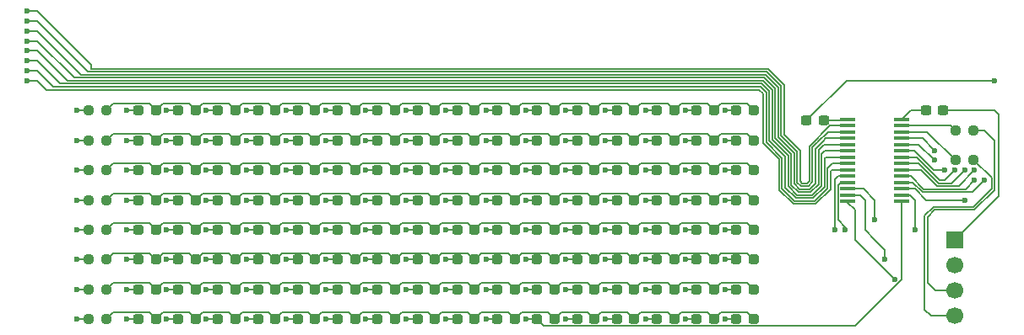
<source format=gbr>
%TF.GenerationSoftware,KiCad,Pcbnew,9.0.6*%
%TF.CreationDate,2025-12-12T10:33:16-06:00*%
%TF.ProjectId,led-pcb,6c65642d-7063-4622-9e6b-696361645f70,rev?*%
%TF.SameCoordinates,Original*%
%TF.FileFunction,Copper,L1,Top*%
%TF.FilePolarity,Positive*%
%FSLAX46Y46*%
G04 Gerber Fmt 4.6, Leading zero omitted, Abs format (unit mm)*
G04 Created by KiCad (PCBNEW 9.0.6) date 2025-12-12 10:33:16*
%MOMM*%
%LPD*%
G01*
G04 APERTURE LIST*
G04 Aperture macros list*
%AMRoundRect*
0 Rectangle with rounded corners*
0 $1 Rounding radius*
0 $2 $3 $4 $5 $6 $7 $8 $9 X,Y pos of 4 corners*
0 Add a 4 corners polygon primitive as box body*
4,1,4,$2,$3,$4,$5,$6,$7,$8,$9,$2,$3,0*
0 Add four circle primitives for the rounded corners*
1,1,$1+$1,$2,$3*
1,1,$1+$1,$4,$5*
1,1,$1+$1,$6,$7*
1,1,$1+$1,$8,$9*
0 Add four rect primitives between the rounded corners*
20,1,$1+$1,$2,$3,$4,$5,0*
20,1,$1+$1,$4,$5,$6,$7,0*
20,1,$1+$1,$6,$7,$8,$9,0*
20,1,$1+$1,$8,$9,$2,$3,0*%
G04 Aperture macros list end*
%TA.AperFunction,SMDPad,CuDef*%
%ADD10RoundRect,0.237500X-0.287500X-0.237500X0.287500X-0.237500X0.287500X0.237500X-0.287500X0.237500X0*%
%TD*%
%TA.AperFunction,SMDPad,CuDef*%
%ADD11RoundRect,0.237500X-0.250000X-0.237500X0.250000X-0.237500X0.250000X0.237500X-0.250000X0.237500X0*%
%TD*%
%TA.AperFunction,ComponentPad*%
%ADD12R,1.700000X1.700000*%
%TD*%
%TA.AperFunction,ComponentPad*%
%ADD13C,1.700000*%
%TD*%
%TA.AperFunction,SMDPad,CuDef*%
%ADD14RoundRect,0.237500X-0.300000X-0.237500X0.300000X-0.237500X0.300000X0.237500X-0.300000X0.237500X0*%
%TD*%
%TA.AperFunction,SMDPad,CuDef*%
%ADD15R,1.500000X0.435000*%
%TD*%
%TA.AperFunction,ViaPad*%
%ADD16C,0.600000*%
%TD*%
%TA.AperFunction,Conductor*%
%ADD17C,0.200000*%
%TD*%
G04 APERTURE END LIST*
D10*
%TO.P,D65,1,K*%
%TO.N,row8*%
X135125000Y-101000000D03*
%TO.P,D65,2,A*%
%TO.N,/col0*%
X136875000Y-101000000D03*
%TD*%
%TO.P,D28,1,K*%
%TO.N,row3*%
X115125000Y-110000000D03*
%TO.P,D28,2,A*%
%TO.N,/col3*%
X116875000Y-110000000D03*
%TD*%
%TO.P,D11,1,K*%
%TO.N,row1*%
X107125000Y-107000000D03*
%TO.P,D11,2,A*%
%TO.N,/col2*%
X108875000Y-107000000D03*
%TD*%
%TO.P,D110,1,K*%
%TO.N,row13*%
X155125000Y-116000000D03*
%TO.P,D110,2,A*%
%TO.N,/col5*%
X156875000Y-116000000D03*
%TD*%
%TO.P,D92,1,K*%
%TO.N,row11*%
X147125000Y-110000000D03*
%TO.P,D92,2,A*%
%TO.N,/col3*%
X148875000Y-110000000D03*
%TD*%
%TO.P,D50,1,K*%
%TO.N,row6*%
X127125000Y-104000000D03*
%TO.P,D50,2,A*%
%TO.N,/col1*%
X128875000Y-104000000D03*
%TD*%
%TO.P,D10,1,K*%
%TO.N,row1*%
X107125000Y-104000000D03*
%TO.P,D10,2,A*%
%TO.N,/col1*%
X108875000Y-104000000D03*
%TD*%
%TO.P,D91,1,K*%
%TO.N,row11*%
X147125000Y-107000000D03*
%TO.P,D91,2,A*%
%TO.N,/col2*%
X148875000Y-107000000D03*
%TD*%
%TO.P,D105,1,K*%
%TO.N,row13*%
X155125000Y-101000000D03*
%TO.P,D105,2,A*%
%TO.N,/col0*%
X156875000Y-101000000D03*
%TD*%
%TO.P,D73,1,K*%
%TO.N,row9*%
X139125000Y-101000000D03*
%TO.P,D73,2,A*%
%TO.N,/col0*%
X140875000Y-101000000D03*
%TD*%
D11*
%TO.P,R2,1*%
%TO.N,com1*%
X98112500Y-104000000D03*
%TO.P,R2,2*%
%TO.N,/col1*%
X99937500Y-104000000D03*
%TD*%
D10*
%TO.P,D39,1,K*%
%TO.N,row4*%
X119125000Y-119000000D03*
%TO.P,D39,2,A*%
%TO.N,/col6*%
X120875000Y-119000000D03*
%TD*%
%TO.P,D56,1,K*%
%TO.N,row6*%
X127125000Y-122000000D03*
%TO.P,D56,2,A*%
%TO.N,/col7*%
X128875000Y-122000000D03*
%TD*%
%TO.P,D9,1,K*%
%TO.N,row1*%
X107125000Y-101000000D03*
%TO.P,D9,2,A*%
%TO.N,/col0*%
X108875000Y-101000000D03*
%TD*%
%TO.P,D42,1,K*%
%TO.N,row5*%
X123125000Y-104000000D03*
%TO.P,D42,2,A*%
%TO.N,/col1*%
X124875000Y-104000000D03*
%TD*%
%TO.P,D45,1,K*%
%TO.N,row5*%
X123125000Y-113000000D03*
%TO.P,D45,2,A*%
%TO.N,/col4*%
X124875000Y-113000000D03*
%TD*%
%TO.P,D61,1,K*%
%TO.N,row7*%
X131125000Y-113000000D03*
%TO.P,D61,2,A*%
%TO.N,/col4*%
X132875000Y-113000000D03*
%TD*%
D11*
%TO.P,R7,1*%
%TO.N,com6*%
X98112500Y-119000000D03*
%TO.P,R7,2*%
%TO.N,/col6*%
X99937500Y-119000000D03*
%TD*%
D12*
%TO.P,J1,1,Pin_1*%
%TO.N,Net-(J1-Pin_1)*%
X185000000Y-114000000D03*
D13*
%TO.P,J1,2,Pin_2*%
%TO.N,Net-(J1-Pin_2)*%
X185000000Y-116540000D03*
%TO.P,J1,3,Pin_3*%
%TO.N,Net-(J1-Pin_3)*%
X185000000Y-119080000D03*
%TO.P,J1,4,Pin_4*%
%TO.N,Net-(J1-Pin_4)*%
X185000000Y-121620000D03*
%TD*%
D10*
%TO.P,D100,1,K*%
%TO.N,row12*%
X151125000Y-110000000D03*
%TO.P,D100,2,A*%
%TO.N,/col3*%
X152875000Y-110000000D03*
%TD*%
D11*
%TO.P,R4,1*%
%TO.N,com3*%
X98112500Y-110000000D03*
%TO.P,R4,2*%
%TO.N,/col3*%
X99937500Y-110000000D03*
%TD*%
D10*
%TO.P,D7,1,K*%
%TO.N,row0*%
X103150000Y-119000000D03*
%TO.P,D7,2,A*%
%TO.N,/col6*%
X104900000Y-119000000D03*
%TD*%
%TO.P,D102,1,K*%
%TO.N,row12*%
X151125000Y-116000000D03*
%TO.P,D102,2,A*%
%TO.N,/col5*%
X152875000Y-116000000D03*
%TD*%
%TO.P,D34,1,K*%
%TO.N,row4*%
X119125000Y-104000000D03*
%TO.P,D34,2,A*%
%TO.N,/col1*%
X120875000Y-104000000D03*
%TD*%
%TO.P,D118,1,K*%
%TO.N,row14*%
X159125000Y-116000000D03*
%TO.P,D118,2,A*%
%TO.N,/col5*%
X160875000Y-116000000D03*
%TD*%
%TO.P,D57,1,K*%
%TO.N,row7*%
X131125000Y-101000000D03*
%TO.P,D57,2,A*%
%TO.N,/col0*%
X132875000Y-101000000D03*
%TD*%
%TO.P,D37,1,K*%
%TO.N,row4*%
X119125000Y-113000000D03*
%TO.P,D37,2,A*%
%TO.N,/col4*%
X120875000Y-113000000D03*
%TD*%
%TO.P,D78,1,K*%
%TO.N,row9*%
X139125000Y-116000000D03*
%TO.P,D78,2,A*%
%TO.N,/col5*%
X140875000Y-116000000D03*
%TD*%
%TO.P,D84,1,K*%
%TO.N,row10*%
X143125000Y-110000000D03*
%TO.P,D84,2,A*%
%TO.N,/col3*%
X144875000Y-110000000D03*
%TD*%
%TO.P,D2,1,K*%
%TO.N,row0*%
X103150000Y-104000000D03*
%TO.P,D2,2,A*%
%TO.N,/col1*%
X104900000Y-104000000D03*
%TD*%
D14*
%TO.P,C2,1*%
%TO.N,Net-(J1-Pin_2)*%
X170137500Y-102000000D03*
%TO.P,C2,2*%
%TO.N,Net-(IC1-VSS)*%
X171862500Y-102000000D03*
%TD*%
D10*
%TO.P,D59,1,K*%
%TO.N,row7*%
X131125000Y-107000000D03*
%TO.P,D59,2,A*%
%TO.N,/col2*%
X132875000Y-107000000D03*
%TD*%
%TO.P,D90,1,K*%
%TO.N,row11*%
X147125000Y-104000000D03*
%TO.P,D90,2,A*%
%TO.N,/col1*%
X148875000Y-104000000D03*
%TD*%
%TO.P,D49,1,K*%
%TO.N,row6*%
X127125000Y-101000000D03*
%TO.P,D49,2,A*%
%TO.N,/col0*%
X128875000Y-101000000D03*
%TD*%
%TO.P,D17,1,K*%
%TO.N,row2*%
X111125000Y-101000000D03*
%TO.P,D17,2,A*%
%TO.N,/col0*%
X112875000Y-101000000D03*
%TD*%
%TO.P,D36,1,K*%
%TO.N,row4*%
X119125000Y-110000000D03*
%TO.P,D36,2,A*%
%TO.N,/col3*%
X120875000Y-110000000D03*
%TD*%
%TO.P,D97,1,K*%
%TO.N,row12*%
X151125000Y-101000000D03*
%TO.P,D97,2,A*%
%TO.N,/col0*%
X152875000Y-101000000D03*
%TD*%
%TO.P,D109,1,K*%
%TO.N,row13*%
X155125000Y-113000000D03*
%TO.P,D109,2,A*%
%TO.N,/col4*%
X156875000Y-113000000D03*
%TD*%
%TO.P,D114,1,K*%
%TO.N,row14*%
X159125000Y-104000000D03*
%TO.P,D114,2,A*%
%TO.N,/col1*%
X160875000Y-104000000D03*
%TD*%
%TO.P,D43,1,K*%
%TO.N,row5*%
X123125000Y-107000000D03*
%TO.P,D43,2,A*%
%TO.N,/col2*%
X124875000Y-107000000D03*
%TD*%
%TO.P,D89,1,K*%
%TO.N,row11*%
X147125000Y-101000000D03*
%TO.P,D89,2,A*%
%TO.N,/col0*%
X148875000Y-101000000D03*
%TD*%
%TO.P,D74,1,K*%
%TO.N,row9*%
X139125000Y-104000000D03*
%TO.P,D74,2,A*%
%TO.N,/col1*%
X140875000Y-104000000D03*
%TD*%
%TO.P,D103,1,K*%
%TO.N,row12*%
X151125000Y-119000000D03*
%TO.P,D103,2,A*%
%TO.N,/col6*%
X152875000Y-119000000D03*
%TD*%
%TO.P,D86,1,K*%
%TO.N,row10*%
X143125000Y-116000000D03*
%TO.P,D86,2,A*%
%TO.N,/col5*%
X144875000Y-116000000D03*
%TD*%
%TO.P,D24,1,K*%
%TO.N,row2*%
X111125000Y-122000000D03*
%TO.P,D24,2,A*%
%TO.N,/col7*%
X112875000Y-122000000D03*
%TD*%
%TO.P,D46,1,K*%
%TO.N,row5*%
X123125000Y-116000000D03*
%TO.P,D46,2,A*%
%TO.N,/col5*%
X124875000Y-116000000D03*
%TD*%
D11*
%TO.P,R9,1*%
%TO.N,Net-(IC1-SDA)*%
X185087500Y-103000000D03*
%TO.P,R9,2*%
%TO.N,Net-(J1-Pin_3)*%
X186912500Y-103000000D03*
%TD*%
D10*
%TO.P,D5,1,K*%
%TO.N,row0*%
X103150000Y-113000000D03*
%TO.P,D5,2,A*%
%TO.N,/col4*%
X104900000Y-113000000D03*
%TD*%
%TO.P,D117,1,K*%
%TO.N,row14*%
X159125000Y-113000000D03*
%TO.P,D117,2,A*%
%TO.N,/col4*%
X160875000Y-113000000D03*
%TD*%
%TO.P,D68,1,K*%
%TO.N,row8*%
X135125000Y-110000000D03*
%TO.P,D68,2,A*%
%TO.N,/col3*%
X136875000Y-110000000D03*
%TD*%
%TO.P,D32,1,K*%
%TO.N,row3*%
X115125000Y-122000000D03*
%TO.P,D32,2,A*%
%TO.N,/col7*%
X116875000Y-122000000D03*
%TD*%
%TO.P,D23,1,K*%
%TO.N,row2*%
X111125000Y-119000000D03*
%TO.P,D23,2,A*%
%TO.N,/col6*%
X112875000Y-119000000D03*
%TD*%
%TO.P,D16,1,K*%
%TO.N,row1*%
X107125000Y-122000000D03*
%TO.P,D16,2,A*%
%TO.N,/col7*%
X108875000Y-122000000D03*
%TD*%
%TO.P,D101,1,K*%
%TO.N,row12*%
X151125000Y-113000000D03*
%TO.P,D101,2,A*%
%TO.N,/col4*%
X152875000Y-113000000D03*
%TD*%
%TO.P,D53,1,K*%
%TO.N,row6*%
X127125000Y-113000000D03*
%TO.P,D53,2,A*%
%TO.N,/col4*%
X128875000Y-113000000D03*
%TD*%
%TO.P,D123,1,K*%
%TO.N,row15*%
X163125000Y-107000000D03*
%TO.P,D123,2,A*%
%TO.N,/col2*%
X164875000Y-107000000D03*
%TD*%
%TO.P,D67,1,K*%
%TO.N,row8*%
X135125000Y-107000000D03*
%TO.P,D67,2,A*%
%TO.N,/col2*%
X136875000Y-107000000D03*
%TD*%
%TO.P,D126,1,K*%
%TO.N,row15*%
X163125000Y-116000000D03*
%TO.P,D126,2,A*%
%TO.N,/col5*%
X164875000Y-116000000D03*
%TD*%
%TO.P,D60,1,K*%
%TO.N,row7*%
X131125000Y-110000000D03*
%TO.P,D60,2,A*%
%TO.N,/col3*%
X132875000Y-110000000D03*
%TD*%
%TO.P,D29,1,K*%
%TO.N,row3*%
X115125000Y-113000000D03*
%TO.P,D29,2,A*%
%TO.N,/col4*%
X116875000Y-113000000D03*
%TD*%
%TO.P,D115,1,K*%
%TO.N,row14*%
X159125000Y-107000000D03*
%TO.P,D115,2,A*%
%TO.N,/col2*%
X160875000Y-107000000D03*
%TD*%
%TO.P,D124,1,K*%
%TO.N,row15*%
X163125000Y-110000000D03*
%TO.P,D124,2,A*%
%TO.N,/col3*%
X164875000Y-110000000D03*
%TD*%
%TO.P,D69,1,K*%
%TO.N,row8*%
X135125000Y-113000000D03*
%TO.P,D69,2,A*%
%TO.N,/col4*%
X136875000Y-113000000D03*
%TD*%
%TO.P,D127,1,K*%
%TO.N,row15*%
X163125000Y-119000000D03*
%TO.P,D127,2,A*%
%TO.N,/col6*%
X164875000Y-119000000D03*
%TD*%
D14*
%TO.P,C1,1*%
%TO.N,Net-(IC1-VDD)*%
X182137500Y-101000000D03*
%TO.P,C1,2*%
%TO.N,Net-(J1-Pin_1)*%
X183862500Y-101000000D03*
%TD*%
D11*
%TO.P,R5,1*%
%TO.N,com4*%
X98112500Y-113000000D03*
%TO.P,R5,2*%
%TO.N,/col4*%
X99937500Y-113000000D03*
%TD*%
D10*
%TO.P,D31,1,K*%
%TO.N,row3*%
X115125000Y-119000000D03*
%TO.P,D31,2,A*%
%TO.N,/col6*%
X116875000Y-119000000D03*
%TD*%
%TO.P,D19,1,K*%
%TO.N,row2*%
X111125000Y-107000000D03*
%TO.P,D19,2,A*%
%TO.N,/col2*%
X112875000Y-107000000D03*
%TD*%
%TO.P,D83,1,K*%
%TO.N,row10*%
X143125000Y-107000000D03*
%TO.P,D83,2,A*%
%TO.N,/col2*%
X144875000Y-107000000D03*
%TD*%
%TO.P,D58,1,K*%
%TO.N,row7*%
X131125000Y-104000000D03*
%TO.P,D58,2,A*%
%TO.N,/col1*%
X132875000Y-104000000D03*
%TD*%
%TO.P,D108,1,K*%
%TO.N,row13*%
X155125000Y-110000000D03*
%TO.P,D108,2,A*%
%TO.N,/col3*%
X156875000Y-110000000D03*
%TD*%
%TO.P,D112,1,K*%
%TO.N,row13*%
X155125000Y-122000000D03*
%TO.P,D112,2,A*%
%TO.N,/col7*%
X156875000Y-122000000D03*
%TD*%
%TO.P,D88,1,K*%
%TO.N,row10*%
X143125000Y-122000000D03*
%TO.P,D88,2,A*%
%TO.N,/col7*%
X144875000Y-122000000D03*
%TD*%
%TO.P,D13,1,K*%
%TO.N,row1*%
X107125000Y-113000000D03*
%TO.P,D13,2,A*%
%TO.N,/col4*%
X108875000Y-113000000D03*
%TD*%
%TO.P,D62,1,K*%
%TO.N,row7*%
X131125000Y-116000000D03*
%TO.P,D62,2,A*%
%TO.N,/col5*%
X132875000Y-116000000D03*
%TD*%
D11*
%TO.P,R6,1*%
%TO.N,com5*%
X98112500Y-116000000D03*
%TO.P,R6,2*%
%TO.N,/col5*%
X99937500Y-116000000D03*
%TD*%
D10*
%TO.P,D21,1,K*%
%TO.N,row2*%
X111125000Y-113000000D03*
%TO.P,D21,2,A*%
%TO.N,/col4*%
X112875000Y-113000000D03*
%TD*%
%TO.P,D33,1,K*%
%TO.N,row4*%
X119125000Y-101000000D03*
%TO.P,D33,2,A*%
%TO.N,/col0*%
X120875000Y-101000000D03*
%TD*%
D11*
%TO.P,R8,1*%
%TO.N,com7*%
X98112500Y-122000000D03*
%TO.P,R8,2*%
%TO.N,/col7*%
X99937500Y-122000000D03*
%TD*%
D10*
%TO.P,D120,1,K*%
%TO.N,row14*%
X159125000Y-122000000D03*
%TO.P,D120,2,A*%
%TO.N,/col7*%
X160875000Y-122000000D03*
%TD*%
%TO.P,D116,1,K*%
%TO.N,row14*%
X159125000Y-110000000D03*
%TO.P,D116,2,A*%
%TO.N,/col3*%
X160875000Y-110000000D03*
%TD*%
%TO.P,D81,1,K*%
%TO.N,row10*%
X143125000Y-101000000D03*
%TO.P,D81,2,A*%
%TO.N,/col0*%
X144875000Y-101000000D03*
%TD*%
%TO.P,D76,1,K*%
%TO.N,row9*%
X139125000Y-110000000D03*
%TO.P,D76,2,A*%
%TO.N,/col3*%
X140875000Y-110000000D03*
%TD*%
%TO.P,D51,1,K*%
%TO.N,row6*%
X127125000Y-107000000D03*
%TO.P,D51,2,A*%
%TO.N,/col2*%
X128875000Y-107000000D03*
%TD*%
D11*
%TO.P,R3,1*%
%TO.N,com2*%
X98112500Y-107000000D03*
%TO.P,R3,2*%
%TO.N,/col2*%
X99937500Y-107000000D03*
%TD*%
D10*
%TO.P,D119,1,K*%
%TO.N,row14*%
X159125000Y-119000000D03*
%TO.P,D119,2,A*%
%TO.N,/col6*%
X160875000Y-119000000D03*
%TD*%
%TO.P,D4,1,K*%
%TO.N,row0*%
X103150000Y-110000000D03*
%TO.P,D4,2,A*%
%TO.N,/col3*%
X104900000Y-110000000D03*
%TD*%
%TO.P,D85,1,K*%
%TO.N,row10*%
X143125000Y-113000000D03*
%TO.P,D85,2,A*%
%TO.N,/col4*%
X144875000Y-113000000D03*
%TD*%
%TO.P,D128,1,K*%
%TO.N,row15*%
X163125000Y-122000000D03*
%TO.P,D128,2,A*%
%TO.N,/col7*%
X164875000Y-122000000D03*
%TD*%
%TO.P,D113,1,K*%
%TO.N,row14*%
X159125000Y-101000000D03*
%TO.P,D113,2,A*%
%TO.N,/col0*%
X160875000Y-101000000D03*
%TD*%
%TO.P,D22,1,K*%
%TO.N,row2*%
X111125000Y-116000000D03*
%TO.P,D22,2,A*%
%TO.N,/col5*%
X112875000Y-116000000D03*
%TD*%
%TO.P,D47,1,K*%
%TO.N,row5*%
X123125000Y-119000000D03*
%TO.P,D47,2,A*%
%TO.N,/col6*%
X124875000Y-119000000D03*
%TD*%
%TO.P,D30,1,K*%
%TO.N,row3*%
X115125000Y-116000000D03*
%TO.P,D30,2,A*%
%TO.N,/col5*%
X116875000Y-116000000D03*
%TD*%
%TO.P,D38,1,K*%
%TO.N,row4*%
X119125000Y-116000000D03*
%TO.P,D38,2,A*%
%TO.N,/col5*%
X120875000Y-116000000D03*
%TD*%
D11*
%TO.P,R10,1*%
%TO.N,Net-(IC1-SCL)*%
X185087500Y-106000000D03*
%TO.P,R10,2*%
%TO.N,Net-(J1-Pin_4)*%
X186912500Y-106000000D03*
%TD*%
D10*
%TO.P,D40,1,K*%
%TO.N,row4*%
X119125000Y-122000000D03*
%TO.P,D40,2,A*%
%TO.N,/col7*%
X120875000Y-122000000D03*
%TD*%
%TO.P,D79,1,K*%
%TO.N,row9*%
X139125000Y-119000000D03*
%TO.P,D79,2,A*%
%TO.N,/col6*%
X140875000Y-119000000D03*
%TD*%
%TO.P,D111,1,K*%
%TO.N,row13*%
X155125000Y-119000000D03*
%TO.P,D111,2,A*%
%TO.N,/col6*%
X156875000Y-119000000D03*
%TD*%
%TO.P,D64,1,K*%
%TO.N,row7*%
X131125000Y-122000000D03*
%TO.P,D64,2,A*%
%TO.N,/col7*%
X132875000Y-122000000D03*
%TD*%
%TO.P,D93,1,K*%
%TO.N,row11*%
X147125000Y-113000000D03*
%TO.P,D93,2,A*%
%TO.N,/col4*%
X148875000Y-113000000D03*
%TD*%
%TO.P,D48,1,K*%
%TO.N,row5*%
X123125000Y-122000000D03*
%TO.P,D48,2,A*%
%TO.N,/col7*%
X124875000Y-122000000D03*
%TD*%
%TO.P,D26,1,K*%
%TO.N,row3*%
X115125000Y-104000000D03*
%TO.P,D26,2,A*%
%TO.N,/col1*%
X116875000Y-104000000D03*
%TD*%
%TO.P,D71,1,K*%
%TO.N,row8*%
X135125000Y-119000000D03*
%TO.P,D71,2,A*%
%TO.N,/col6*%
X136875000Y-119000000D03*
%TD*%
%TO.P,D95,1,K*%
%TO.N,row11*%
X147125000Y-119000000D03*
%TO.P,D95,2,A*%
%TO.N,/col6*%
X148875000Y-119000000D03*
%TD*%
%TO.P,D96,1,K*%
%TO.N,row11*%
X147125000Y-122000000D03*
%TO.P,D96,2,A*%
%TO.N,/col7*%
X148875000Y-122000000D03*
%TD*%
%TO.P,D125,1,K*%
%TO.N,row15*%
X163125000Y-113000000D03*
%TO.P,D125,2,A*%
%TO.N,/col4*%
X164875000Y-113000000D03*
%TD*%
%TO.P,D107,1,K*%
%TO.N,row13*%
X155125000Y-107000000D03*
%TO.P,D107,2,A*%
%TO.N,/col2*%
X156875000Y-107000000D03*
%TD*%
%TO.P,D82,1,K*%
%TO.N,row10*%
X143125000Y-104000000D03*
%TO.P,D82,2,A*%
%TO.N,/col1*%
X144875000Y-104000000D03*
%TD*%
%TO.P,D3,1,K*%
%TO.N,row0*%
X103150000Y-107000000D03*
%TO.P,D3,2,A*%
%TO.N,/col2*%
X104900000Y-107000000D03*
%TD*%
D15*
%TO.P,IC1,1,VSS*%
%TO.N,Net-(IC1-VSS)*%
X174300000Y-101872000D03*
%TO.P,IC1,2,COM0/AD*%
%TO.N,com0*%
X174300000Y-102508000D03*
%TO.P,IC1,3,COM1/KS0*%
%TO.N,com1*%
X174300000Y-103142000D03*
%TO.P,IC1,4,COM2/KS1*%
%TO.N,com2*%
X174300000Y-103778000D03*
%TO.P,IC1,5,COM3/KS2*%
%TO.N,com3*%
X174300000Y-104412000D03*
%TO.P,IC1,6,COM4*%
%TO.N,com4*%
X174300000Y-105048000D03*
%TO.P,IC1,7,COM5*%
%TO.N,com5*%
X174300000Y-105682000D03*
%TO.P,IC1,8,COM6*%
%TO.N,com6*%
X174300000Y-106318000D03*
%TO.P,IC1,9,COM7*%
%TO.N,com7*%
X174300000Y-106952000D03*
%TO.P,IC1,10,ROW15/K13/INT*%
%TO.N,row15*%
X174300000Y-107588000D03*
%TO.P,IC1,11,ROW14/K12*%
%TO.N,row14*%
X174300000Y-108222000D03*
%TO.P,IC1,12,ROW13/K11*%
%TO.N,row13*%
X174300000Y-108858000D03*
%TO.P,IC1,13,ROW12/K10*%
%TO.N,row12*%
X174300000Y-109492000D03*
%TO.P,IC1,14,ROW11/K9*%
%TO.N,row11*%
X174300000Y-110128000D03*
%TO.P,IC1,15,ROW10/K8*%
%TO.N,row10*%
X179700000Y-110128000D03*
%TO.P,IC1,16,ROW9/K7*%
%TO.N,row9*%
X179700000Y-109492000D03*
%TO.P,IC1,17,ROW8/K6*%
%TO.N,row8*%
X179700000Y-108858000D03*
%TO.P,IC1,18,ROW7/K5*%
%TO.N,row7*%
X179700000Y-108222000D03*
%TO.P,IC1,19,ROW6/K4*%
%TO.N,row6*%
X179700000Y-107588000D03*
%TO.P,IC1,20,ROW5/K3*%
%TO.N,row5*%
X179700000Y-106952000D03*
%TO.P,IC1,21,ROW4/K2*%
%TO.N,row4*%
X179700000Y-106318000D03*
%TO.P,IC1,22,ROW3/K1*%
%TO.N,row3*%
X179700000Y-105682000D03*
%TO.P,IC1,23,ROW2/A0*%
%TO.N,row2*%
X179700000Y-105048000D03*
%TO.P,IC1,24,ROW1/A1*%
%TO.N,row1*%
X179700000Y-104412000D03*
%TO.P,IC1,25,ROW0/A2*%
%TO.N,row0*%
X179700000Y-103778000D03*
%TO.P,IC1,26,SCL*%
%TO.N,Net-(IC1-SCL)*%
X179700000Y-103142000D03*
%TO.P,IC1,27,SDA*%
%TO.N,Net-(IC1-SDA)*%
X179700000Y-102508000D03*
%TO.P,IC1,28,VDD*%
%TO.N,Net-(IC1-VDD)*%
X179700000Y-101872000D03*
%TD*%
D10*
%TO.P,D99,1,K*%
%TO.N,row12*%
X151125000Y-107000000D03*
%TO.P,D99,2,A*%
%TO.N,/col2*%
X152875000Y-107000000D03*
%TD*%
%TO.P,D18,1,K*%
%TO.N,row2*%
X111125000Y-104000000D03*
%TO.P,D18,2,A*%
%TO.N,/col1*%
X112875000Y-104000000D03*
%TD*%
%TO.P,D20,1,K*%
%TO.N,row2*%
X111125000Y-110000000D03*
%TO.P,D20,2,A*%
%TO.N,/col3*%
X112875000Y-110000000D03*
%TD*%
%TO.P,D63,1,K*%
%TO.N,row7*%
X131125000Y-119000000D03*
%TO.P,D63,2,A*%
%TO.N,/col6*%
X132875000Y-119000000D03*
%TD*%
%TO.P,D35,1,K*%
%TO.N,row4*%
X119125000Y-107000000D03*
%TO.P,D35,2,A*%
%TO.N,/col2*%
X120875000Y-107000000D03*
%TD*%
%TO.P,D80,1,K*%
%TO.N,row9*%
X139125000Y-122000000D03*
%TO.P,D80,2,A*%
%TO.N,/col7*%
X140875000Y-122000000D03*
%TD*%
%TO.P,D12,1,K*%
%TO.N,row1*%
X107125000Y-110000000D03*
%TO.P,D12,2,A*%
%TO.N,/col3*%
X108875000Y-110000000D03*
%TD*%
D11*
%TO.P,R1,1*%
%TO.N,com0*%
X98112500Y-101000000D03*
%TO.P,R1,2*%
%TO.N,/col0*%
X99937500Y-101000000D03*
%TD*%
D10*
%TO.P,D52,1,K*%
%TO.N,row6*%
X127125000Y-110000000D03*
%TO.P,D52,2,A*%
%TO.N,/col3*%
X128875000Y-110000000D03*
%TD*%
%TO.P,D66,1,K*%
%TO.N,row8*%
X135125000Y-104000000D03*
%TO.P,D66,2,A*%
%TO.N,/col1*%
X136875000Y-104000000D03*
%TD*%
%TO.P,D15,1,K*%
%TO.N,row1*%
X107125000Y-119000000D03*
%TO.P,D15,2,A*%
%TO.N,/col6*%
X108875000Y-119000000D03*
%TD*%
%TO.P,D14,1,K*%
%TO.N,row1*%
X107125000Y-116000000D03*
%TO.P,D14,2,A*%
%TO.N,/col5*%
X108875000Y-116000000D03*
%TD*%
%TO.P,D55,1,K*%
%TO.N,row6*%
X127125000Y-119000000D03*
%TO.P,D55,2,A*%
%TO.N,/col6*%
X128875000Y-119000000D03*
%TD*%
%TO.P,D44,1,K*%
%TO.N,row5*%
X123125000Y-110000000D03*
%TO.P,D44,2,A*%
%TO.N,/col3*%
X124875000Y-110000000D03*
%TD*%
%TO.P,D77,1,K*%
%TO.N,row9*%
X139125000Y-113000000D03*
%TO.P,D77,2,A*%
%TO.N,/col4*%
X140875000Y-113000000D03*
%TD*%
%TO.P,D104,1,K*%
%TO.N,row12*%
X151125000Y-122000000D03*
%TO.P,D104,2,A*%
%TO.N,/col7*%
X152875000Y-122000000D03*
%TD*%
%TO.P,D122,1,K*%
%TO.N,row15*%
X163125000Y-104000000D03*
%TO.P,D122,2,A*%
%TO.N,/col1*%
X164875000Y-104000000D03*
%TD*%
%TO.P,D54,1,K*%
%TO.N,row6*%
X127125000Y-116000000D03*
%TO.P,D54,2,A*%
%TO.N,/col5*%
X128875000Y-116000000D03*
%TD*%
%TO.P,D8,1,K*%
%TO.N,row0*%
X103150000Y-122000000D03*
%TO.P,D8,2,A*%
%TO.N,/col7*%
X104900000Y-122000000D03*
%TD*%
%TO.P,D41,1,K*%
%TO.N,row5*%
X123125000Y-101000000D03*
%TO.P,D41,2,A*%
%TO.N,/col0*%
X124875000Y-101000000D03*
%TD*%
%TO.P,D87,1,K*%
%TO.N,row10*%
X143125000Y-119000000D03*
%TO.P,D87,2,A*%
%TO.N,/col6*%
X144875000Y-119000000D03*
%TD*%
%TO.P,D27,1,K*%
%TO.N,row3*%
X115125000Y-107000000D03*
%TO.P,D27,2,A*%
%TO.N,/col2*%
X116875000Y-107000000D03*
%TD*%
%TO.P,D106,1,K*%
%TO.N,row13*%
X155125000Y-104000000D03*
%TO.P,D106,2,A*%
%TO.N,/col1*%
X156875000Y-104000000D03*
%TD*%
%TO.P,D6,1,K*%
%TO.N,row0*%
X103150000Y-116000000D03*
%TO.P,D6,2,A*%
%TO.N,/col5*%
X104900000Y-116000000D03*
%TD*%
%TO.P,D25,1,K*%
%TO.N,row3*%
X115125000Y-101000000D03*
%TO.P,D25,2,A*%
%TO.N,/col0*%
X116875000Y-101000000D03*
%TD*%
%TO.P,D1,1,K*%
%TO.N,row0*%
X103150000Y-101000000D03*
%TO.P,D1,2,A*%
%TO.N,/col0*%
X104900000Y-101000000D03*
%TD*%
%TO.P,D121,1,K*%
%TO.N,row15*%
X163125000Y-101000000D03*
%TO.P,D121,2,A*%
%TO.N,/col0*%
X164875000Y-101000000D03*
%TD*%
%TO.P,D72,1,K*%
%TO.N,row8*%
X135125000Y-122000000D03*
%TO.P,D72,2,A*%
%TO.N,/col7*%
X136875000Y-122000000D03*
%TD*%
%TO.P,D70,1,K*%
%TO.N,row8*%
X135125000Y-116000000D03*
%TO.P,D70,2,A*%
%TO.N,/col5*%
X136875000Y-116000000D03*
%TD*%
%TO.P,D75,1,K*%
%TO.N,row9*%
X139125000Y-107000000D03*
%TO.P,D75,2,A*%
%TO.N,/col2*%
X140875000Y-107000000D03*
%TD*%
%TO.P,D94,1,K*%
%TO.N,row11*%
X147125000Y-116000000D03*
%TO.P,D94,2,A*%
%TO.N,/col5*%
X148875000Y-116000000D03*
%TD*%
%TO.P,D98,1,K*%
%TO.N,row12*%
X151125000Y-104000000D03*
%TO.P,D98,2,A*%
%TO.N,/col1*%
X152875000Y-104000000D03*
%TD*%
D16*
%TO.N,Net-(J1-Pin_2)*%
X189000000Y-98000000D03*
%TO.N,row0*%
X101950000Y-113000000D03*
X101950000Y-119000000D03*
X101950000Y-110000000D03*
X183000000Y-105000000D03*
X101950000Y-101000000D03*
X101950000Y-107000000D03*
X101950000Y-104000000D03*
X101950000Y-116000000D03*
X101950000Y-122000000D03*
%TO.N,row1*%
X105975000Y-101000000D03*
X105975000Y-116000000D03*
X105975000Y-104000000D03*
X105975000Y-107000000D03*
X105975000Y-113000000D03*
X105975000Y-110000000D03*
X105975000Y-119000000D03*
X105975000Y-122000000D03*
X183000000Y-106000000D03*
%TO.N,row2*%
X109925000Y-122000000D03*
X109925000Y-104000000D03*
X109925000Y-107000000D03*
X109925000Y-116000000D03*
X109925000Y-119000000D03*
X109925000Y-113000000D03*
X184000000Y-107000000D03*
X109925000Y-101000000D03*
X109925000Y-110000000D03*
%TO.N,row3*%
X185000000Y-107000000D03*
X113950000Y-101000000D03*
X113950000Y-119000000D03*
X113950000Y-116000000D03*
X113950000Y-113000000D03*
X113950000Y-107000000D03*
X113950000Y-122000000D03*
X113950000Y-110000000D03*
X113950000Y-104000000D03*
%TO.N,row4*%
X117950000Y-110000000D03*
X117950000Y-107000000D03*
X117950000Y-116000000D03*
X117950000Y-101000000D03*
X117950000Y-113000000D03*
X117950000Y-104000000D03*
X186000000Y-107000000D03*
X117950000Y-122000000D03*
X117950000Y-119000000D03*
%TO.N,row5*%
X121975000Y-122000000D03*
X121975000Y-116000000D03*
X121975000Y-119000000D03*
X121975000Y-113000000D03*
X121975000Y-101000000D03*
X121975000Y-104000000D03*
X187000000Y-107000000D03*
X121975000Y-110000000D03*
X121975000Y-107000000D03*
%TO.N,row6*%
X125925000Y-119000000D03*
X125925000Y-122000000D03*
X125925000Y-104000000D03*
X187000000Y-108000000D03*
X125925000Y-110000000D03*
X125925000Y-116000000D03*
X125925000Y-113000000D03*
X125925000Y-107000000D03*
X125925000Y-101000000D03*
%TO.N,row7*%
X129950000Y-113000000D03*
X129950000Y-101000000D03*
X129950000Y-119000000D03*
X129950000Y-104000000D03*
X129950000Y-122000000D03*
X129950000Y-110000000D03*
X129950000Y-107000000D03*
X129950000Y-116000000D03*
X188000000Y-108000000D03*
%TO.N,row8*%
X186000000Y-110000000D03*
X134000000Y-122000000D03*
X134000000Y-107000000D03*
X134000000Y-110000000D03*
X134000000Y-119000000D03*
X134000000Y-104000000D03*
X134000000Y-116000000D03*
X134000000Y-113000000D03*
X134000000Y-101000000D03*
%TO.N,row9*%
X138025000Y-101000000D03*
X138025000Y-104000000D03*
X138025000Y-116000000D03*
X138025000Y-119000000D03*
X138025000Y-113000000D03*
X138025000Y-122000000D03*
X138025000Y-107000000D03*
X138025000Y-110000000D03*
X181000000Y-113000000D03*
%TO.N,row10*%
X141975000Y-119000000D03*
X141975000Y-122000000D03*
X141975000Y-104000000D03*
X141975000Y-107000000D03*
X141975000Y-110000000D03*
X141975000Y-116000000D03*
X141975000Y-113000000D03*
X141975000Y-101000000D03*
%TO.N,row11*%
X146000000Y-116000000D03*
X146000000Y-104000000D03*
X146000000Y-110000000D03*
X146000000Y-119000000D03*
X146000000Y-101000000D03*
X146000000Y-107000000D03*
X179000000Y-118000000D03*
X146000000Y-113000000D03*
X146000000Y-122000000D03*
%TO.N,row12*%
X150000000Y-113000000D03*
X150000000Y-101000000D03*
X150000000Y-119000000D03*
X150000000Y-122000000D03*
X150000000Y-104000000D03*
X150000000Y-107000000D03*
X178000000Y-116000000D03*
X150000000Y-116000000D03*
X150000000Y-110000000D03*
%TO.N,row13*%
X154025000Y-113000000D03*
X177000000Y-112000000D03*
X154025000Y-119000000D03*
X154025000Y-122000000D03*
X154025000Y-101000000D03*
X154025000Y-110000000D03*
X154025000Y-107000000D03*
X154025000Y-116000000D03*
X154025000Y-104000000D03*
%TO.N,row14*%
X157975000Y-113000000D03*
X157975000Y-101000000D03*
X157975000Y-107000000D03*
X157975000Y-116000000D03*
X174000000Y-113000000D03*
X157975000Y-122000000D03*
X157975000Y-110000000D03*
X157975000Y-119000000D03*
X157975000Y-104000000D03*
%TO.N,row15*%
X162000000Y-113000000D03*
X173000000Y-113000000D03*
X162000000Y-119000000D03*
X162000000Y-104000000D03*
X162000000Y-116000000D03*
X162000000Y-107000000D03*
X162000000Y-101000000D03*
X162000000Y-122000000D03*
X162000000Y-110000000D03*
%TO.N,com2*%
X92000000Y-93000000D03*
X97000000Y-107000000D03*
%TO.N,com5*%
X97000000Y-116000000D03*
X92000000Y-96000000D03*
%TO.N,com7*%
X97000000Y-122000000D03*
X92000000Y-98000000D03*
%TO.N,com1*%
X92000000Y-92000000D03*
X97000000Y-104000000D03*
%TO.N,com4*%
X97000000Y-113000000D03*
X92000000Y-95000000D03*
%TO.N,com3*%
X92000000Y-94000000D03*
X97000000Y-110000000D03*
%TO.N,com6*%
X92000000Y-97000000D03*
X97000000Y-119000000D03*
%TO.N,com0*%
X92000000Y-91000000D03*
X97000000Y-101000000D03*
%TD*%
D17*
%TO.N,Net-(IC1-VDD)*%
X180572000Y-101000000D02*
X179700000Y-101872000D01*
X182137500Y-101000000D02*
X180572000Y-101000000D01*
%TO.N,Net-(J1-Pin_1)*%
X189399000Y-101399000D02*
X189399000Y-109601000D01*
X183862500Y-101000000D02*
X189000000Y-101000000D01*
X189000000Y-101000000D02*
X189399000Y-101399000D01*
X189399000Y-109601000D02*
X185000000Y-114000000D01*
%TO.N,Net-(J1-Pin_2)*%
X170137500Y-102000000D02*
X174137500Y-98000000D01*
X174137500Y-98000000D02*
X189000000Y-98000000D01*
%TO.N,Net-(IC1-VSS)*%
X171862500Y-102000000D02*
X174172000Y-102000000D01*
X174172000Y-102000000D02*
X174300000Y-101872000D01*
%TO.N,/col0*%
X160199000Y-100324000D02*
X160875000Y-101000000D01*
X117551000Y-100324000D02*
X120199000Y-100324000D01*
X157551000Y-100324000D02*
X160199000Y-100324000D01*
X140199000Y-100324000D02*
X140875000Y-101000000D01*
X137551000Y-100324000D02*
X140199000Y-100324000D01*
X128199000Y-100324000D02*
X128875000Y-101000000D01*
X100613500Y-100324000D02*
X104224000Y-100324000D01*
X144199000Y-100324000D02*
X144875000Y-101000000D01*
X128875000Y-101000000D02*
X129551000Y-100324000D01*
X152875000Y-101000000D02*
X153551000Y-100324000D01*
X99937500Y-101000000D02*
X100613500Y-100324000D01*
X105576000Y-100324000D02*
X108199000Y-100324000D01*
X121551000Y-100324000D02*
X124199000Y-100324000D01*
X160875000Y-101000000D02*
X161551000Y-100324000D01*
X125551000Y-100324000D02*
X128199000Y-100324000D01*
X109551000Y-100324000D02*
X112199000Y-100324000D01*
X161551000Y-100324000D02*
X164199000Y-100324000D01*
X133551000Y-100324000D02*
X136199000Y-100324000D01*
X104900000Y-101000000D02*
X105576000Y-100324000D01*
X140875000Y-101000000D02*
X141551000Y-100324000D01*
X144875000Y-101000000D02*
X145551000Y-100324000D01*
X108875000Y-101000000D02*
X109551000Y-100324000D01*
X124199000Y-100324000D02*
X124875000Y-101000000D01*
X156199000Y-100324000D02*
X156875000Y-101000000D01*
X129551000Y-100324000D02*
X132199000Y-100324000D01*
X112199000Y-100324000D02*
X112875000Y-101000000D01*
X116199000Y-100324000D02*
X116875000Y-101000000D01*
X153551000Y-100324000D02*
X156199000Y-100324000D01*
X136875000Y-101000000D02*
X137551000Y-100324000D01*
X120199000Y-100324000D02*
X120875000Y-101000000D01*
X164199000Y-100324000D02*
X164875000Y-101000000D01*
X113551000Y-100324000D02*
X116199000Y-100324000D01*
X116875000Y-101000000D02*
X117551000Y-100324000D01*
X104224000Y-100324000D02*
X104900000Y-101000000D01*
X141551000Y-100324000D02*
X144199000Y-100324000D01*
X156875000Y-101000000D02*
X157551000Y-100324000D01*
X120875000Y-101000000D02*
X121551000Y-100324000D01*
X132199000Y-100324000D02*
X132875000Y-101000000D01*
X148875000Y-101000000D02*
X149551000Y-100324000D01*
X152199000Y-100324000D02*
X152875000Y-101000000D01*
X149551000Y-100324000D02*
X152199000Y-100324000D01*
X108199000Y-100324000D02*
X108875000Y-101000000D01*
X124875000Y-101000000D02*
X125551000Y-100324000D01*
X132875000Y-101000000D02*
X133551000Y-100324000D01*
X148199000Y-100324000D02*
X148875000Y-101000000D01*
X145551000Y-100324000D02*
X148199000Y-100324000D01*
X112875000Y-101000000D02*
X113551000Y-100324000D01*
X136199000Y-100324000D02*
X136875000Y-101000000D01*
%TO.N,row0*%
X103075000Y-107000000D02*
X101950000Y-107000000D01*
X103075000Y-104000000D02*
X101950000Y-104000000D01*
X103075000Y-122000000D02*
X101950000Y-122000000D01*
X101950000Y-113000000D02*
X103075000Y-113000000D01*
X103075000Y-116000000D02*
X101950000Y-116000000D01*
X181778000Y-103778000D02*
X183000000Y-105000000D01*
X103075000Y-119000000D02*
X101950000Y-119000000D01*
X179700000Y-103778000D02*
X181778000Y-103778000D01*
X103075000Y-110000000D02*
X101950000Y-110000000D01*
X103075000Y-101000000D02*
X101950000Y-101000000D01*
%TO.N,/col1*%
X99937500Y-104000000D02*
X100613500Y-103324000D01*
X140199000Y-103324000D02*
X140875000Y-104000000D01*
X109551000Y-103324000D02*
X112199000Y-103324000D01*
X141551000Y-103324000D02*
X144199000Y-103324000D01*
X152199000Y-103324000D02*
X152875000Y-104000000D01*
X129551000Y-103324000D02*
X132199000Y-103324000D01*
X156199000Y-103324000D02*
X156875000Y-104000000D01*
X149551000Y-103324000D02*
X152199000Y-103324000D01*
X120875000Y-104000000D02*
X121551000Y-103324000D01*
X125551000Y-103324000D02*
X128199000Y-103324000D01*
X121551000Y-103324000D02*
X124199000Y-103324000D01*
X116199000Y-103324000D02*
X116875000Y-104000000D01*
X137551000Y-103324000D02*
X140199000Y-103324000D01*
X153551000Y-103324000D02*
X156199000Y-103324000D01*
X160199000Y-103324000D02*
X160875000Y-104000000D01*
X145551000Y-103324000D02*
X148199000Y-103324000D01*
X144199000Y-103324000D02*
X144875000Y-104000000D01*
X161551000Y-103324000D02*
X164199000Y-103324000D01*
X100613500Y-103324000D02*
X104224000Y-103324000D01*
X157551000Y-103324000D02*
X160199000Y-103324000D01*
X116875000Y-104000000D02*
X117551000Y-103324000D01*
X113551000Y-103324000D02*
X116199000Y-103324000D01*
X124199000Y-103324000D02*
X124875000Y-104000000D01*
X156875000Y-104000000D02*
X157551000Y-103324000D01*
X152875000Y-104000000D02*
X153551000Y-103324000D01*
X108199000Y-103324000D02*
X105576000Y-103324000D01*
X132199000Y-103324000D02*
X132875000Y-104000000D01*
X108875000Y-104000000D02*
X109551000Y-103324000D01*
X117551000Y-103324000D02*
X120199000Y-103324000D01*
X104224000Y-103324000D02*
X104900000Y-104000000D01*
X112875000Y-104000000D02*
X113551000Y-103324000D01*
X148199000Y-103324000D02*
X148875000Y-104000000D01*
X108199000Y-103324000D02*
X108875000Y-104000000D01*
X120199000Y-103324000D02*
X120875000Y-104000000D01*
X128875000Y-104000000D02*
X129551000Y-103324000D01*
X132875000Y-104000000D02*
X133551000Y-103324000D01*
X133551000Y-103324000D02*
X136199000Y-103324000D01*
X124875000Y-104000000D02*
X125551000Y-103324000D01*
X144875000Y-104000000D02*
X145551000Y-103324000D01*
X160875000Y-104000000D02*
X161551000Y-103324000D01*
X104900000Y-104000000D02*
X105576000Y-103324000D01*
X148875000Y-104000000D02*
X149551000Y-103324000D01*
X112199000Y-103324000D02*
X112875000Y-104000000D01*
X164199000Y-103324000D02*
X164875000Y-104000000D01*
X136875000Y-104000000D02*
X137551000Y-103324000D01*
X140875000Y-104000000D02*
X141551000Y-103324000D01*
X136199000Y-103324000D02*
X136875000Y-104000000D01*
X128199000Y-103324000D02*
X128875000Y-104000000D01*
%TO.N,/col2*%
X149551000Y-106324000D02*
X152199000Y-106324000D01*
X116875000Y-107000000D02*
X117551000Y-106324000D01*
X128199000Y-106324000D02*
X128875000Y-107000000D01*
X105576000Y-106324000D02*
X108199000Y-106324000D01*
X144199000Y-106324000D02*
X144875000Y-107000000D01*
X141551000Y-106324000D02*
X144199000Y-106324000D01*
X160875000Y-107000000D02*
X161551000Y-106324000D01*
X108199000Y-106324000D02*
X108875000Y-107000000D01*
X156875000Y-107000000D02*
X157551000Y-106324000D01*
X116199000Y-106324000D02*
X116875000Y-107000000D01*
X129551000Y-106324000D02*
X132199000Y-106324000D01*
X156199000Y-106324000D02*
X156875000Y-107000000D01*
X99937500Y-107000000D02*
X100613500Y-106324000D01*
X132875000Y-107000000D02*
X133551000Y-106324000D01*
X104224000Y-106324000D02*
X104900000Y-107000000D01*
X160199000Y-106324000D02*
X160875000Y-107000000D01*
X124875000Y-107000000D02*
X125551000Y-106324000D01*
X125551000Y-106324000D02*
X128199000Y-106324000D01*
X157551000Y-106324000D02*
X160199000Y-106324000D01*
X124199000Y-106324000D02*
X124875000Y-107000000D01*
X148199000Y-106324000D02*
X148875000Y-107000000D01*
X136875000Y-107000000D02*
X137551000Y-106324000D01*
X121551000Y-106324000D02*
X124199000Y-106324000D01*
X112199000Y-106324000D02*
X112875000Y-107000000D01*
X132199000Y-106324000D02*
X132875000Y-107000000D01*
X112875000Y-107000000D02*
X113551000Y-106324000D01*
X137551000Y-106324000D02*
X140199000Y-106324000D01*
X136199000Y-106324000D02*
X136875000Y-107000000D01*
X140875000Y-107000000D02*
X141551000Y-106324000D01*
X109551000Y-106324000D02*
X112199000Y-106324000D01*
X120875000Y-107000000D02*
X121551000Y-106324000D01*
X145551000Y-106324000D02*
X148199000Y-106324000D01*
X148875000Y-107000000D02*
X149551000Y-106324000D01*
X100613500Y-106324000D02*
X104224000Y-106324000D01*
X133551000Y-106324000D02*
X136199000Y-106324000D01*
X140199000Y-106324000D02*
X140875000Y-107000000D01*
X152875000Y-107000000D02*
X153551000Y-106324000D01*
X152199000Y-106324000D02*
X152875000Y-107000000D01*
X117551000Y-106324000D02*
X120199000Y-106324000D01*
X164199000Y-106324000D02*
X164875000Y-107000000D01*
X128875000Y-107000000D02*
X129551000Y-106324000D01*
X144875000Y-107000000D02*
X145551000Y-106324000D01*
X113551000Y-106324000D02*
X116199000Y-106324000D01*
X161551000Y-106324000D02*
X164199000Y-106324000D01*
X108875000Y-107000000D02*
X109551000Y-106324000D01*
X153551000Y-106324000D02*
X156199000Y-106324000D01*
X104900000Y-107000000D02*
X105576000Y-106324000D01*
X120199000Y-106324000D02*
X120875000Y-107000000D01*
%TO.N,/col3*%
X152199000Y-109324000D02*
X152875000Y-110000000D01*
X148875000Y-110000000D02*
X149551000Y-109324000D01*
X128875000Y-110000000D02*
X129551000Y-109324000D01*
X129551000Y-109324000D02*
X132199000Y-109324000D01*
X160199000Y-109324000D02*
X160875000Y-110000000D01*
X99937500Y-110000000D02*
X100613500Y-109324000D01*
X160875000Y-110000000D02*
X161551000Y-109324000D01*
X140875000Y-110000000D02*
X141551000Y-109324000D01*
X120875000Y-110000000D02*
X121551000Y-109324000D01*
X116199000Y-109324000D02*
X116875000Y-110000000D01*
X125551000Y-109324000D02*
X128199000Y-109324000D01*
X137551000Y-109324000D02*
X140199000Y-109324000D01*
X132875000Y-110000000D02*
X133551000Y-109324000D01*
X144875000Y-110000000D02*
X145551000Y-109324000D01*
X148199000Y-109324000D02*
X148875000Y-110000000D01*
X108199000Y-109324000D02*
X105576000Y-109324000D01*
X144199000Y-109324000D02*
X144875000Y-110000000D01*
X161551000Y-109324000D02*
X164199000Y-109324000D01*
X156199000Y-109324000D02*
X156875000Y-110000000D01*
X136875000Y-110000000D02*
X137551000Y-109324000D01*
X121551000Y-109324000D02*
X124199000Y-109324000D01*
X116875000Y-110000000D02*
X117551000Y-109324000D01*
X120199000Y-109324000D02*
X120875000Y-110000000D01*
X112875000Y-110000000D02*
X113551000Y-109324000D01*
X156875000Y-110000000D02*
X157551000Y-109324000D01*
X128199000Y-109324000D02*
X128875000Y-110000000D01*
X140199000Y-109324000D02*
X140875000Y-110000000D01*
X113551000Y-109324000D02*
X116199000Y-109324000D01*
X153551000Y-109324000D02*
X156199000Y-109324000D01*
X133551000Y-109324000D02*
X136199000Y-109324000D01*
X117551000Y-109324000D02*
X120199000Y-109324000D01*
X141551000Y-109324000D02*
X144199000Y-109324000D01*
X132199000Y-109324000D02*
X132875000Y-110000000D01*
X124875000Y-110000000D02*
X125551000Y-109324000D01*
X157551000Y-109324000D02*
X160199000Y-109324000D01*
X149551000Y-109324000D02*
X152199000Y-109324000D01*
X108875000Y-110000000D02*
X109551000Y-109324000D01*
X104224000Y-109324000D02*
X104900000Y-110000000D01*
X109551000Y-109324000D02*
X112199000Y-109324000D01*
X104900000Y-110000000D02*
X105576000Y-109324000D01*
X145551000Y-109324000D02*
X148199000Y-109324000D01*
X124199000Y-109324000D02*
X124875000Y-110000000D01*
X112199000Y-109324000D02*
X112875000Y-110000000D01*
X164199000Y-109324000D02*
X164875000Y-110000000D01*
X100613500Y-109324000D02*
X104224000Y-109324000D01*
X152875000Y-110000000D02*
X153551000Y-109324000D01*
X136199000Y-109324000D02*
X136875000Y-110000000D01*
X108199000Y-109324000D02*
X108875000Y-110000000D01*
%TO.N,/col4*%
X117551000Y-112324000D02*
X120199000Y-112324000D01*
X120875000Y-113000000D02*
X121551000Y-112324000D01*
X161551000Y-112324000D02*
X164199000Y-112324000D01*
X120199000Y-112324000D02*
X120875000Y-113000000D01*
X112875000Y-113000000D02*
X113551000Y-112324000D01*
X129551000Y-112324000D02*
X132199000Y-112324000D01*
X152875000Y-113000000D02*
X153551000Y-112324000D01*
X140199000Y-112324000D02*
X140875000Y-113000000D01*
X153551000Y-112324000D02*
X156199000Y-112324000D01*
X144875000Y-113000000D02*
X145551000Y-112324000D01*
X104900000Y-113000000D02*
X105576000Y-112324000D01*
X113551000Y-112324000D02*
X116199000Y-112324000D01*
X105576000Y-112324000D02*
X108199000Y-112324000D01*
X136199000Y-112324000D02*
X136875000Y-113000000D01*
X149551000Y-112324000D02*
X152199000Y-112324000D01*
X133551000Y-112324000D02*
X136199000Y-112324000D01*
X109551000Y-112324000D02*
X112199000Y-112324000D01*
X108199000Y-112324000D02*
X108875000Y-113000000D01*
X148875000Y-113000000D02*
X149551000Y-112324000D01*
X124875000Y-113000000D02*
X125551000Y-112324000D01*
X128875000Y-113000000D02*
X129551000Y-112324000D01*
X144199000Y-112324000D02*
X144875000Y-113000000D01*
X132199000Y-112324000D02*
X132875000Y-113000000D01*
X141551000Y-112324000D02*
X144199000Y-112324000D01*
X116875000Y-113000000D02*
X117551000Y-112324000D01*
X160199000Y-112324000D02*
X160875000Y-113000000D01*
X121551000Y-112324000D02*
X124199000Y-112324000D01*
X132875000Y-113000000D02*
X133551000Y-112324000D01*
X104224000Y-112324000D02*
X104900000Y-113000000D01*
X116199000Y-112324000D02*
X116875000Y-113000000D01*
X157551000Y-112324000D02*
X160199000Y-112324000D01*
X156875000Y-113000000D02*
X157551000Y-112324000D01*
X100613500Y-112324000D02*
X104224000Y-112324000D01*
X136875000Y-113000000D02*
X137551000Y-112324000D01*
X152199000Y-112324000D02*
X152875000Y-113000000D01*
X125551000Y-112324000D02*
X128199000Y-112324000D01*
X137551000Y-112324000D02*
X140199000Y-112324000D01*
X145551000Y-112324000D02*
X148199000Y-112324000D01*
X99937500Y-113000000D02*
X100613500Y-112324000D01*
X156199000Y-112324000D02*
X156875000Y-113000000D01*
X128199000Y-112324000D02*
X128875000Y-113000000D01*
X112199000Y-112324000D02*
X112875000Y-113000000D01*
X124199000Y-112324000D02*
X124875000Y-113000000D01*
X164199000Y-112324000D02*
X164875000Y-113000000D01*
X160875000Y-113000000D02*
X161551000Y-112324000D01*
X140875000Y-113000000D02*
X141551000Y-112324000D01*
X148199000Y-112324000D02*
X148875000Y-113000000D01*
X108875000Y-113000000D02*
X109551000Y-112324000D01*
%TO.N,/col5*%
X133551000Y-115324000D02*
X136199000Y-115324000D01*
X141551000Y-115324000D02*
X144199000Y-115324000D01*
X116875000Y-116000000D02*
X117551000Y-115324000D01*
X125551000Y-115324000D02*
X128199000Y-115324000D01*
X157551000Y-115324000D02*
X160199000Y-115324000D01*
X152875000Y-116000000D02*
X153551000Y-115324000D01*
X129551000Y-115324000D02*
X132199000Y-115324000D01*
X100613500Y-115324000D02*
X104224000Y-115324000D01*
X132875000Y-116000000D02*
X133551000Y-115324000D01*
X109551000Y-115324000D02*
X112199000Y-115324000D01*
X140875000Y-116000000D02*
X141551000Y-115324000D01*
X160875000Y-116000000D02*
X161551000Y-115324000D01*
X108199000Y-115324000D02*
X108875000Y-116000000D01*
X117551000Y-115324000D02*
X120199000Y-115324000D01*
X156875000Y-116000000D02*
X157551000Y-115324000D01*
X148875000Y-116000000D02*
X149551000Y-115324000D01*
X160199000Y-115324000D02*
X160875000Y-116000000D01*
X116199000Y-115324000D02*
X116875000Y-116000000D01*
X136875000Y-116000000D02*
X137551000Y-115324000D01*
X148199000Y-115324000D02*
X148875000Y-116000000D01*
X128875000Y-116000000D02*
X129551000Y-115324000D01*
X121551000Y-115324000D02*
X124199000Y-115324000D01*
X164199000Y-115324000D02*
X164875000Y-116000000D01*
X108875000Y-116000000D02*
X109551000Y-115324000D01*
X124875000Y-116000000D02*
X125551000Y-115324000D01*
X136199000Y-115324000D02*
X136875000Y-116000000D01*
X152199000Y-115324000D02*
X152875000Y-116000000D01*
X156199000Y-115324000D02*
X156875000Y-116000000D01*
X161551000Y-115324000D02*
X164199000Y-115324000D01*
X104224000Y-115324000D02*
X104900000Y-116000000D01*
X108199000Y-115324000D02*
X105576000Y-115324000D01*
X112875000Y-116000000D02*
X113551000Y-115324000D01*
X149551000Y-115324000D02*
X152199000Y-115324000D01*
X104900000Y-116000000D02*
X105576000Y-115324000D01*
X144199000Y-115324000D02*
X144875000Y-116000000D01*
X145551000Y-115324000D02*
X148199000Y-115324000D01*
X153551000Y-115324000D02*
X156199000Y-115324000D01*
X144875000Y-116000000D02*
X145551000Y-115324000D01*
X120875000Y-116000000D02*
X121551000Y-115324000D01*
X113551000Y-115324000D02*
X116199000Y-115324000D01*
X140199000Y-115324000D02*
X140875000Y-116000000D01*
X99937500Y-116000000D02*
X100613500Y-115324000D01*
X137551000Y-115324000D02*
X140199000Y-115324000D01*
X120199000Y-115324000D02*
X120875000Y-116000000D01*
X124199000Y-115324000D02*
X124875000Y-116000000D01*
X128199000Y-115324000D02*
X128875000Y-116000000D01*
X132199000Y-115324000D02*
X132875000Y-116000000D01*
X112199000Y-115324000D02*
X112875000Y-116000000D01*
%TO.N,/col6*%
X145551000Y-118324000D02*
X148199000Y-118324000D01*
X156199000Y-118324000D02*
X156875000Y-119000000D01*
X157551000Y-118324000D02*
X160199000Y-118324000D01*
X136875000Y-119000000D02*
X137551000Y-118324000D01*
X128875000Y-119000000D02*
X129551000Y-118324000D01*
X148199000Y-118324000D02*
X148875000Y-119000000D01*
X129551000Y-118324000D02*
X132199000Y-118324000D01*
X104900000Y-119000000D02*
X105576000Y-118324000D01*
X116199000Y-118324000D02*
X116875000Y-119000000D01*
X124199000Y-118324000D02*
X124875000Y-119000000D01*
X152875000Y-119000000D02*
X153551000Y-118324000D01*
X112199000Y-118324000D02*
X112875000Y-119000000D01*
X160199000Y-118324000D02*
X160875000Y-119000000D01*
X133551000Y-118324000D02*
X136199000Y-118324000D01*
X140875000Y-119000000D02*
X141551000Y-118324000D01*
X99937500Y-119000000D02*
X100613500Y-118324000D01*
X120199000Y-118324000D02*
X120875000Y-119000000D01*
X153551000Y-118324000D02*
X156199000Y-118324000D01*
X137551000Y-118324000D02*
X140199000Y-118324000D01*
X121551000Y-118324000D02*
X124199000Y-118324000D01*
X120875000Y-119000000D02*
X121551000Y-118324000D01*
X160875000Y-119000000D02*
X161551000Y-118324000D01*
X152199000Y-118324000D02*
X152875000Y-119000000D01*
X113551000Y-118324000D02*
X116199000Y-118324000D01*
X148875000Y-119000000D02*
X149551000Y-118324000D01*
X125551000Y-118324000D02*
X128199000Y-118324000D01*
X128199000Y-118324000D02*
X128875000Y-119000000D01*
X109551000Y-118324000D02*
X112199000Y-118324000D01*
X132199000Y-118324000D02*
X132875000Y-119000000D01*
X100613500Y-118324000D02*
X104224000Y-118324000D01*
X149551000Y-118324000D02*
X152199000Y-118324000D01*
X141551000Y-118324000D02*
X144199000Y-118324000D01*
X108875000Y-119000000D02*
X109551000Y-118324000D01*
X117551000Y-118324000D02*
X120199000Y-118324000D01*
X144875000Y-119000000D02*
X145551000Y-118324000D01*
X132875000Y-119000000D02*
X133551000Y-118324000D01*
X136199000Y-118324000D02*
X136875000Y-119000000D01*
X140199000Y-118324000D02*
X140875000Y-119000000D01*
X108199000Y-118324000D02*
X105576000Y-118324000D01*
X104224000Y-118324000D02*
X104900000Y-119000000D01*
X112875000Y-119000000D02*
X113551000Y-118324000D01*
X116875000Y-119000000D02*
X117551000Y-118324000D01*
X144199000Y-118324000D02*
X144875000Y-119000000D01*
X124875000Y-119000000D02*
X125551000Y-118324000D01*
X164199000Y-118324000D02*
X164875000Y-119000000D01*
X161551000Y-118324000D02*
X164199000Y-118324000D01*
X156875000Y-119000000D02*
X157551000Y-118324000D01*
X108199000Y-118324000D02*
X108875000Y-119000000D01*
%TO.N,/col7*%
X112875000Y-122000000D02*
X113551000Y-121324000D01*
X157551000Y-121324000D02*
X160199000Y-121324000D01*
X108875000Y-122000000D02*
X109551000Y-121324000D01*
X144199000Y-121324000D02*
X144875000Y-122000000D01*
X100613500Y-121324000D02*
X104224000Y-121324000D01*
X136199000Y-121324000D02*
X136875000Y-122000000D01*
X148199000Y-121324000D02*
X148875000Y-122000000D01*
X152875000Y-122000000D02*
X153551000Y-121324000D01*
X121551000Y-121324000D02*
X124199000Y-121324000D01*
X161551000Y-121324000D02*
X164199000Y-121324000D01*
X132199000Y-121324000D02*
X132875000Y-122000000D01*
X125551000Y-121324000D02*
X128199000Y-121324000D01*
X148875000Y-122000000D02*
X149551000Y-121324000D01*
X116875000Y-122000000D02*
X117551000Y-121324000D01*
X140875000Y-122000000D02*
X141551000Y-121324000D01*
X160875000Y-122000000D02*
X161551000Y-121324000D01*
X112199000Y-121324000D02*
X112875000Y-122000000D01*
X132875000Y-122000000D02*
X133551000Y-121324000D01*
X145551000Y-121324000D02*
X148199000Y-121324000D01*
X113551000Y-121324000D02*
X116199000Y-121324000D01*
X116199000Y-121324000D02*
X116875000Y-122000000D01*
X128199000Y-121324000D02*
X128875000Y-122000000D01*
X117551000Y-121324000D02*
X120199000Y-121324000D01*
X153551000Y-121324000D02*
X156199000Y-121324000D01*
X124875000Y-122000000D02*
X125551000Y-121324000D01*
X104900000Y-122000000D02*
X105576000Y-121324000D01*
X152199000Y-121324000D02*
X152875000Y-122000000D01*
X99937500Y-122000000D02*
X100613500Y-121324000D01*
X144875000Y-122000000D02*
X145551000Y-121324000D01*
X164199000Y-121324000D02*
X164875000Y-122000000D01*
X156199000Y-121324000D02*
X156875000Y-122000000D01*
X120199000Y-121324000D02*
X120875000Y-122000000D01*
X105576000Y-121324000D02*
X108199000Y-121324000D01*
X133551000Y-121324000D02*
X136199000Y-121324000D01*
X109551000Y-121324000D02*
X112199000Y-121324000D01*
X104224000Y-121324000D02*
X104900000Y-122000000D01*
X124199000Y-121324000D02*
X124875000Y-122000000D01*
X120875000Y-122000000D02*
X121551000Y-121324000D01*
X156875000Y-122000000D02*
X157551000Y-121324000D01*
X137551000Y-121324000D02*
X140199000Y-121324000D01*
X136875000Y-122000000D02*
X137551000Y-121324000D01*
X160199000Y-121324000D02*
X160875000Y-122000000D01*
X149551000Y-121324000D02*
X152199000Y-121324000D01*
X140199000Y-121324000D02*
X140875000Y-122000000D01*
X108199000Y-121324000D02*
X108875000Y-122000000D01*
X129551000Y-121324000D02*
X132199000Y-121324000D01*
X141551000Y-121324000D02*
X144199000Y-121324000D01*
X128875000Y-122000000D02*
X129551000Y-121324000D01*
%TO.N,row1*%
X105975000Y-113000000D02*
X107100000Y-113000000D01*
X107100000Y-110000000D02*
X105975000Y-110000000D01*
X107100000Y-119000000D02*
X105975000Y-119000000D01*
X181412000Y-104412000D02*
X183000000Y-106000000D01*
X107100000Y-122000000D02*
X105975000Y-122000000D01*
X107100000Y-104000000D02*
X105975000Y-104000000D01*
X107100000Y-116000000D02*
X105975000Y-116000000D01*
X179700000Y-104412000D02*
X181412000Y-104412000D01*
X107100000Y-101000000D02*
X105975000Y-101000000D01*
X107100000Y-107000000D02*
X105975000Y-107000000D01*
%TO.N,row2*%
X179700000Y-105048000D02*
X180986000Y-105048000D01*
X182938000Y-107000000D02*
X184000000Y-107000000D01*
X111050000Y-107000000D02*
X109925000Y-107000000D01*
X111050000Y-104000000D02*
X109925000Y-104000000D01*
X111050000Y-122000000D02*
X109925000Y-122000000D01*
X111050000Y-101000000D02*
X109925000Y-101000000D01*
X180986000Y-105048000D02*
X182938000Y-107000000D01*
X111050000Y-119000000D02*
X109925000Y-119000000D01*
X111050000Y-116000000D02*
X109925000Y-116000000D01*
X111050000Y-110000000D02*
X109925000Y-110000000D01*
X109925000Y-113000000D02*
X111050000Y-113000000D01*
%TO.N,row3*%
X183512322Y-108000000D02*
X184000000Y-108000000D01*
X184000000Y-108000000D02*
X185000000Y-107000000D01*
X113950000Y-113000000D02*
X115075000Y-113000000D01*
X115075000Y-107000000D02*
X113950000Y-107000000D01*
X179700000Y-105682000D02*
X181194322Y-105682000D01*
X181194322Y-105682000D02*
X183512322Y-108000000D01*
X115075000Y-104000000D02*
X113950000Y-104000000D01*
X115075000Y-110000000D02*
X113950000Y-110000000D01*
X115075000Y-116000000D02*
X113950000Y-116000000D01*
X115075000Y-101000000D02*
X113950000Y-101000000D01*
X115075000Y-119000000D02*
X113950000Y-119000000D01*
X115075000Y-122000000D02*
X113950000Y-122000000D01*
%TO.N,row4*%
X179700000Y-106318000D02*
X181404644Y-106318000D01*
X119075000Y-110000000D02*
X117950000Y-110000000D01*
X181404644Y-106318000D02*
X183387644Y-108301000D01*
X119075000Y-101000000D02*
X117950000Y-101000000D01*
X119075000Y-107000000D02*
X117950000Y-107000000D01*
X119075000Y-104000000D02*
X117950000Y-104000000D01*
X119075000Y-116000000D02*
X117950000Y-116000000D01*
X119075000Y-119000000D02*
X117950000Y-119000000D01*
X183387644Y-108301000D02*
X184699000Y-108301000D01*
X184699000Y-108301000D02*
X186000000Y-107000000D01*
X117950000Y-113000000D02*
X119075000Y-113000000D01*
X119075000Y-122000000D02*
X117950000Y-122000000D01*
%TO.N,row5*%
X121975000Y-113000000D02*
X123100000Y-113000000D01*
X179700000Y-106952000D02*
X181612966Y-106952000D01*
X123100000Y-116000000D02*
X121975000Y-116000000D01*
X123100000Y-110000000D02*
X121975000Y-110000000D01*
X123100000Y-104000000D02*
X121975000Y-104000000D01*
X181612966Y-106952000D02*
X183262966Y-108602000D01*
X123100000Y-107000000D02*
X121975000Y-107000000D01*
X183262966Y-108602000D02*
X185398000Y-108602000D01*
X123100000Y-122000000D02*
X121975000Y-122000000D01*
X123100000Y-119000000D02*
X121975000Y-119000000D01*
X123100000Y-101000000D02*
X121975000Y-101000000D01*
X185398000Y-108602000D02*
X187000000Y-107000000D01*
%TO.N,row6*%
X186097000Y-108903000D02*
X187000000Y-108000000D01*
X127050000Y-119000000D02*
X125925000Y-119000000D01*
X127050000Y-116000000D02*
X125925000Y-116000000D01*
X127050000Y-107000000D02*
X125925000Y-107000000D01*
X127050000Y-122000000D02*
X125925000Y-122000000D01*
X180588000Y-107588000D02*
X181903000Y-108903000D01*
X127050000Y-101000000D02*
X125925000Y-101000000D01*
X181903000Y-108903000D02*
X186097000Y-108903000D01*
X127050000Y-104000000D02*
X125925000Y-104000000D01*
X125925000Y-113000000D02*
X127050000Y-113000000D01*
X179700000Y-107588000D02*
X180588000Y-107588000D01*
X127050000Y-110000000D02*
X125925000Y-110000000D01*
%TO.N,row7*%
X131075000Y-107000000D02*
X129950000Y-107000000D01*
X131075000Y-110000000D02*
X129950000Y-110000000D01*
X179700000Y-108222000D02*
X180796322Y-108222000D01*
X131075000Y-122000000D02*
X129950000Y-122000000D01*
X129950000Y-113000000D02*
X131075000Y-113000000D01*
X131075000Y-116000000D02*
X129950000Y-116000000D01*
X180796322Y-108222000D02*
X181778322Y-109204000D01*
X186796000Y-109204000D02*
X188000000Y-108000000D01*
X181778322Y-109204000D02*
X186796000Y-109204000D01*
X131075000Y-104000000D02*
X129950000Y-104000000D01*
X131075000Y-101000000D02*
X129950000Y-101000000D01*
X131075000Y-119000000D02*
X129950000Y-119000000D01*
%TO.N,row8*%
X135125000Y-104000000D02*
X134000000Y-104000000D01*
X135125000Y-107000000D02*
X134000000Y-107000000D01*
X135125000Y-122000000D02*
X134000000Y-122000000D01*
X134000000Y-113000000D02*
X135125000Y-113000000D01*
X135125000Y-119000000D02*
X134000000Y-119000000D01*
X182148644Y-110000000D02*
X186000000Y-110000000D01*
X135125000Y-110000000D02*
X134000000Y-110000000D01*
X135125000Y-116000000D02*
X134000000Y-116000000D01*
X135125000Y-101000000D02*
X134000000Y-101000000D01*
X181006644Y-108858000D02*
X182148644Y-110000000D01*
X179700000Y-108858000D02*
X181006644Y-108858000D01*
%TO.N,row9*%
X139150000Y-119000000D02*
X138025000Y-119000000D01*
X180492000Y-109492000D02*
X181000000Y-110000000D01*
X139150000Y-107000000D02*
X138025000Y-107000000D01*
X181000000Y-110000000D02*
X181000000Y-113000000D01*
X179700000Y-109492000D02*
X180492000Y-109492000D01*
X139150000Y-116000000D02*
X138025000Y-116000000D01*
X139150000Y-101000000D02*
X138025000Y-101000000D01*
X139150000Y-104000000D02*
X138025000Y-104000000D01*
X139150000Y-122000000D02*
X138025000Y-122000000D01*
X139150000Y-110000000D02*
X138025000Y-110000000D01*
X138025000Y-113000000D02*
X139150000Y-113000000D01*
%TO.N,row10*%
X143100000Y-104000000D02*
X141975000Y-104000000D01*
X143100000Y-122000000D02*
X141975000Y-122000000D01*
X143100000Y-110000000D02*
X141975000Y-110000000D01*
X143100000Y-101000000D02*
X141975000Y-101000000D01*
X143801000Y-122676000D02*
X143125000Y-122000000D01*
X175032521Y-122676000D02*
X143801000Y-122676000D01*
X141975000Y-113000000D02*
X143100000Y-113000000D01*
X179700000Y-110128000D02*
X179700000Y-118008521D01*
X143100000Y-119000000D02*
X141975000Y-119000000D01*
X143100000Y-116000000D02*
X141975000Y-116000000D01*
X179700000Y-118008521D02*
X175032521Y-122676000D01*
X143100000Y-107000000D02*
X141975000Y-107000000D01*
%TO.N,row11*%
X147125000Y-122000000D02*
X146000000Y-122000000D01*
X174300000Y-110300000D02*
X175000000Y-111000000D01*
X175000000Y-111000000D02*
X175000000Y-112000000D01*
X147125000Y-107000000D02*
X146000000Y-107000000D01*
X147125000Y-101000000D02*
X146000000Y-101000000D01*
X174300000Y-110128000D02*
X174300000Y-110300000D01*
X147125000Y-104000000D02*
X146000000Y-104000000D01*
X147125000Y-110000000D02*
X146000000Y-110000000D01*
X146000000Y-113000000D02*
X147125000Y-113000000D01*
X147125000Y-119000000D02*
X146000000Y-119000000D01*
X175000000Y-114000000D02*
X179000000Y-118000000D01*
X147125000Y-116000000D02*
X146000000Y-116000000D01*
X175000000Y-112000000D02*
X175000000Y-114000000D01*
%TO.N,row12*%
X177000000Y-114000000D02*
X178000000Y-115000000D01*
X151125000Y-104000000D02*
X150000000Y-104000000D01*
X176000000Y-112000000D02*
X176000000Y-113000000D01*
X151125000Y-119000000D02*
X150000000Y-119000000D01*
X151125000Y-110000000D02*
X150000000Y-110000000D01*
X151125000Y-107000000D02*
X150000000Y-107000000D01*
X151125000Y-101000000D02*
X150000000Y-101000000D01*
X176000000Y-113000000D02*
X177000000Y-114000000D01*
X151125000Y-122000000D02*
X150000000Y-122000000D01*
X151125000Y-116000000D02*
X150000000Y-116000000D01*
X176000000Y-110000000D02*
X176000000Y-112000000D01*
X150000000Y-113000000D02*
X151125000Y-113000000D01*
X178000000Y-115000000D02*
X178000000Y-116000000D01*
X174300000Y-109492000D02*
X175492000Y-109492000D01*
X175492000Y-109492000D02*
X176000000Y-110000000D01*
%TO.N,row13*%
X177000000Y-110000000D02*
X177000000Y-112000000D01*
X155150000Y-119000000D02*
X154025000Y-119000000D01*
X155150000Y-122000000D02*
X154025000Y-122000000D01*
X175858000Y-108858000D02*
X177000000Y-110000000D01*
X154025000Y-113000000D02*
X155150000Y-113000000D01*
X155150000Y-101000000D02*
X154025000Y-101000000D01*
X155150000Y-110000000D02*
X154025000Y-110000000D01*
X155150000Y-104000000D02*
X154025000Y-104000000D01*
X174300000Y-108858000D02*
X175858000Y-108858000D01*
X155150000Y-116000000D02*
X154025000Y-116000000D01*
X155150000Y-107000000D02*
X154025000Y-107000000D01*
%TO.N,row14*%
X173301000Y-108487500D02*
X173301000Y-112000000D01*
X159100000Y-110000000D02*
X157975000Y-110000000D01*
X159100000Y-101000000D02*
X157975000Y-101000000D01*
X159100000Y-107000000D02*
X157975000Y-107000000D01*
X159100000Y-104000000D02*
X157975000Y-104000000D01*
X174300000Y-108222000D02*
X173566500Y-108222000D01*
X159100000Y-119000000D02*
X157975000Y-119000000D01*
X174000000Y-112699000D02*
X174000000Y-113000000D01*
X173566500Y-108222000D02*
X173301000Y-108487500D01*
X159100000Y-116000000D02*
X157975000Y-116000000D01*
X159100000Y-122000000D02*
X157975000Y-122000000D01*
X173301000Y-112000000D02*
X174000000Y-112699000D01*
X157975000Y-113000000D02*
X159100000Y-113000000D01*
%TO.N,row15*%
X173000000Y-107938000D02*
X173000000Y-112000000D01*
X163125000Y-119000000D02*
X162000000Y-119000000D01*
X162000000Y-113000000D02*
X163125000Y-113000000D01*
X163125000Y-101000000D02*
X162000000Y-101000000D01*
X163125000Y-107000000D02*
X162000000Y-107000000D01*
X173350000Y-107588000D02*
X173000000Y-107938000D01*
X174300000Y-107588000D02*
X173350000Y-107588000D01*
X163125000Y-116000000D02*
X162000000Y-116000000D01*
X163125000Y-122000000D02*
X162000000Y-122000000D01*
X163125000Y-110000000D02*
X162000000Y-110000000D01*
X163125000Y-104000000D02*
X162000000Y-104000000D01*
X173000000Y-112000000D02*
X173000000Y-113000000D01*
%TO.N,com2*%
X168899000Y-107800000D02*
X168899000Y-105270610D01*
X166023390Y-97395000D02*
X163400000Y-97395000D01*
X170449356Y-108902000D02*
X169450644Y-108902000D01*
X98400000Y-97395000D02*
X97395000Y-97395000D01*
X169450644Y-108902000D02*
X168899000Y-108350356D01*
X98112500Y-107000000D02*
X97000000Y-107000000D01*
X93000000Y-93000000D02*
X92000000Y-93000000D01*
X167305000Y-98676610D02*
X166023390Y-97395000D01*
X171789035Y-104089035D02*
X171040500Y-104837570D01*
X163400000Y-97395000D02*
X98400000Y-97395000D01*
X167305000Y-103676610D02*
X167305000Y-98676610D01*
X172100070Y-103778000D02*
X171789035Y-104089035D01*
X168899000Y-105270610D02*
X167305000Y-103676610D01*
X171040500Y-106000000D02*
X171040500Y-107800000D01*
X171040500Y-107800000D02*
X171040500Y-108310856D01*
X171040500Y-108310856D02*
X170449356Y-108902000D01*
X171040500Y-104837570D02*
X171040500Y-106000000D01*
X168899000Y-108350356D02*
X168899000Y-107800000D01*
X174300000Y-103778000D02*
X172100070Y-103778000D01*
X97395000Y-97395000D02*
X93000000Y-93000000D01*
%TO.N,com5*%
X167996000Y-108724390D02*
X169076610Y-109805000D01*
X165649356Y-98298000D02*
X166402000Y-99050644D01*
X172061500Y-105682000D02*
X174300000Y-105682000D01*
X170823390Y-109805000D02*
X171943500Y-108684890D01*
X98112500Y-116000000D02*
X97000000Y-116000000D01*
X166402000Y-104050644D02*
X167996000Y-105644644D01*
X163400000Y-98298000D02*
X165649356Y-98298000D01*
X171943500Y-105800000D02*
X172061500Y-105682000D01*
X166402000Y-99050644D02*
X166402000Y-104050644D01*
X167996000Y-105644644D02*
X167996000Y-108724390D01*
X163400000Y-98298000D02*
X98400000Y-98298000D01*
X98400000Y-98298000D02*
X95298000Y-98298000D01*
X171943500Y-108684890D02*
X171943500Y-105800000D01*
X95298000Y-98298000D02*
X93000000Y-96000000D01*
X169076610Y-109805000D02*
X170823390Y-109805000D01*
X93000000Y-96000000D02*
X92000000Y-96000000D01*
%TO.N,com7*%
X172545500Y-108934246D02*
X171072746Y-110407000D01*
X167394000Y-108973746D02*
X167394000Y-107800000D01*
X163400000Y-98900000D02*
X98400000Y-98900000D01*
X172693500Y-106952000D02*
X172545500Y-107100000D01*
X98112500Y-122000000D02*
X97000000Y-122000000D01*
X167394000Y-107800000D02*
X167394000Y-105894000D01*
X93900000Y-98900000D02*
X93000000Y-98000000D01*
X167394000Y-105894000D02*
X165800000Y-104300000D01*
X165800000Y-104300000D02*
X165800000Y-99300000D01*
X165800000Y-99300000D02*
X165400000Y-98900000D01*
X171072746Y-110407000D02*
X168827254Y-110407000D01*
X98400000Y-98900000D02*
X93900000Y-98900000D01*
X93000000Y-98000000D02*
X92000000Y-98000000D01*
X172545500Y-107800000D02*
X172545500Y-108934246D01*
X165400000Y-98900000D02*
X163400000Y-98900000D01*
X168827254Y-110407000D02*
X167394000Y-108973746D01*
X174300000Y-106952000D02*
X172693500Y-106952000D01*
X172545500Y-107100000D02*
X172545500Y-107800000D01*
%TO.N,com1*%
X174300000Y-103142000D02*
X172310392Y-103142000D01*
X170739500Y-108186178D02*
X170324678Y-108601000D01*
X98400000Y-97094000D02*
X98094000Y-97094000D01*
X167606000Y-103551932D02*
X167606000Y-100000000D01*
X169200000Y-105145932D02*
X168227034Y-104172966D01*
X170739500Y-105000000D02*
X170739500Y-106000000D01*
X170739500Y-106000000D02*
X170739500Y-107800000D01*
X93000000Y-92000000D02*
X92000000Y-92000000D01*
X170324678Y-108601000D02*
X169575322Y-108601000D01*
X166148068Y-97094000D02*
X163400000Y-97094000D01*
X170739500Y-107800000D02*
X170739500Y-108186178D01*
X170739500Y-104712892D02*
X170739500Y-105000000D01*
X169200000Y-107800000D02*
X169200000Y-105145932D01*
X169575322Y-108601000D02*
X169200000Y-108225678D01*
X169200000Y-108225678D02*
X169200000Y-107800000D01*
X98094000Y-97094000D02*
X93000000Y-92000000D01*
X172310392Y-103142000D02*
X171226196Y-104226196D01*
X163400000Y-97094000D02*
X98400000Y-97094000D01*
X168227034Y-104172966D02*
X167606000Y-103551932D01*
X98112500Y-104000000D02*
X97000000Y-104000000D01*
X167606000Y-98551932D02*
X166148068Y-97094000D01*
X167606000Y-100000000D02*
X167606000Y-98551932D01*
X171226196Y-104226196D02*
X170739500Y-104712892D01*
%TO.N,com4*%
X168297000Y-105519966D02*
X166788517Y-104011483D01*
X165774034Y-97997000D02*
X165524678Y-97997000D01*
X95997000Y-97997000D02*
X93000000Y-95000000D01*
X98112500Y-113000000D02*
X97000000Y-113000000D01*
X168297000Y-108599712D02*
X168297000Y-105519966D01*
X171642500Y-105400000D02*
X171642500Y-108560212D01*
X166703000Y-99200000D02*
X166703000Y-98925966D01*
X93000000Y-95000000D02*
X92000000Y-95000000D01*
X170698712Y-109504000D02*
X169201288Y-109504000D01*
X165524678Y-97997000D02*
X163400000Y-97997000D01*
X166788517Y-104011483D02*
X166703000Y-103925966D01*
X163400000Y-97997000D02*
X98400000Y-97997000D01*
X169201288Y-109504000D02*
X168297000Y-108599712D01*
X166703000Y-98925966D02*
X165774034Y-97997000D01*
X174300000Y-105048000D02*
X171994500Y-105048000D01*
X171642500Y-108560212D02*
X170698712Y-109504000D01*
X98400000Y-97997000D02*
X95997000Y-97997000D01*
X171994500Y-105048000D02*
X171642500Y-105400000D01*
X166703000Y-103925966D02*
X166703000Y-99200000D01*
%TO.N,com3*%
X174300000Y-104412000D02*
X171891748Y-104412000D01*
X98112500Y-110000000D02*
X97000000Y-110000000D01*
X96696000Y-97696000D02*
X93000000Y-94000000D01*
X171341500Y-108435534D02*
X170574034Y-109203000D01*
X171341500Y-104962248D02*
X171341500Y-108435534D01*
X167004000Y-98801288D02*
X165898712Y-97696000D01*
X167004000Y-103801288D02*
X167004000Y-98801288D01*
X171891748Y-104412000D02*
X171341500Y-104962248D01*
X168598000Y-108475034D02*
X168598000Y-105395288D01*
X170574034Y-109203000D02*
X169325966Y-109203000D01*
X93000000Y-94000000D02*
X92000000Y-94000000D01*
X168598000Y-105395288D02*
X167004000Y-103801288D01*
X169325966Y-109203000D02*
X168598000Y-108475034D01*
X165898712Y-97696000D02*
X96696000Y-97696000D01*
%TO.N,Net-(IC1-SCL)*%
X185087500Y-106000000D02*
X182229500Y-103142000D01*
X182229500Y-103142000D02*
X179700000Y-103142000D01*
%TO.N,Net-(IC1-SDA)*%
X185087500Y-103000000D02*
X184595500Y-102508000D01*
X184595500Y-102508000D02*
X179700000Y-102508000D01*
%TO.N,com6*%
X168951932Y-110106000D02*
X167695000Y-108849068D01*
X98401000Y-98599000D02*
X98400000Y-98600000D01*
X170948068Y-110106000D02*
X168951932Y-110106000D01*
X98112500Y-119000000D02*
X97000000Y-119000000D01*
X172244500Y-108809568D02*
X170948068Y-110106000D01*
X167695000Y-105769322D02*
X166101000Y-104175322D01*
X166101000Y-104175322D02*
X166101000Y-99175322D01*
X167695000Y-108849068D02*
X167695000Y-105769322D01*
X166101000Y-99175322D02*
X165524678Y-98599000D01*
X93000000Y-97000000D02*
X92000000Y-97000000D01*
X172726500Y-106318000D02*
X172244500Y-106800000D01*
X165524678Y-98599000D02*
X98401000Y-98599000D01*
X174300000Y-106318000D02*
X172726500Y-106318000D01*
X98400000Y-98600000D02*
X94600000Y-98600000D01*
X172244500Y-106800000D02*
X172244500Y-108809568D01*
X94600000Y-98600000D02*
X93000000Y-97000000D01*
%TO.N,com0*%
X169500000Y-105271610D02*
X169501000Y-105270610D01*
X174300000Y-102508000D02*
X172518714Y-102508000D01*
X169700000Y-108300000D02*
X169500000Y-108100000D01*
X167907000Y-103427254D02*
X167907000Y-98427254D01*
X172518714Y-102508000D02*
X170438500Y-104588214D01*
X170438500Y-108061500D02*
X170200000Y-108300000D01*
X166272746Y-96793000D02*
X98400000Y-96793000D01*
X170200000Y-108300000D02*
X169700000Y-108300000D01*
X167907000Y-98427254D02*
X166272746Y-96793000D01*
X170438500Y-104588214D02*
X170438500Y-108061500D01*
X169501000Y-105021254D02*
X167907000Y-103427254D01*
X98400000Y-96400000D02*
X93000000Y-91000000D01*
X93000000Y-91000000D02*
X92000000Y-91000000D01*
X98400000Y-96793000D02*
X98400000Y-96400000D01*
X169501000Y-105270610D02*
X169501000Y-105021254D01*
X169500000Y-108100000D02*
X169500000Y-105271610D01*
X98112500Y-101000000D02*
X97000000Y-101000000D01*
%TO.N,Net-(J1-Pin_4)*%
X188699000Y-108875322D02*
X186875322Y-110699000D01*
X182000000Y-111574322D02*
X182000000Y-121000000D01*
X182875322Y-110699000D02*
X182000000Y-111574322D01*
X188699000Y-107786500D02*
X188699000Y-108875322D01*
X182620000Y-121620000D02*
X185000000Y-121620000D01*
X186875322Y-110699000D02*
X182875322Y-110699000D01*
X186912500Y-106000000D02*
X188699000Y-107786500D01*
X182000000Y-121000000D02*
X182620000Y-121620000D01*
%TO.N,Net-(J1-Pin_3)*%
X187000000Y-111000000D02*
X183000000Y-111000000D01*
X189000000Y-109000000D02*
X187000000Y-111000000D01*
X183080000Y-119080000D02*
X185000000Y-119080000D01*
X188000000Y-103000000D02*
X189000000Y-104000000D01*
X186912500Y-103000000D02*
X187000000Y-103000000D01*
X186912500Y-103000000D02*
X188000000Y-103000000D01*
X183000000Y-111000000D02*
X182301000Y-111699000D01*
X182301000Y-118301000D02*
X183080000Y-119080000D01*
X182301000Y-111699000D02*
X182301000Y-118301000D01*
X189000000Y-104000000D02*
X189000000Y-109000000D01*
%TD*%
M02*

</source>
